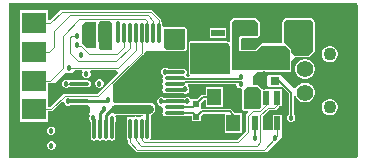
<source format=gtl>
G04*
G04 #@! TF.GenerationSoftware,Altium Limited,Altium Designer,23.8.1 (32)*
G04*
G04 Layer_Physical_Order=1*
G04 Layer_Color=255*
%FSLAX44Y44*%
%MOMM*%
G71*
G04*
G04 #@! TF.SameCoordinates,C9A30DB4-BB40-4B38-85DC-7C9B31114FAE*
G04*
G04*
G04 #@! TF.FilePolarity,Positive*
G04*
G01*
G75*
%ADD12C,0.1524*%
%ADD14C,0.1270*%
%ADD15C,0.2540*%
%ADD16R,2.0000X1.8000*%
%ADD17R,0.5000X0.5000*%
%ADD18R,0.5000X1.0750*%
%ADD19R,0.5080X1.1684*%
%ADD20R,0.7620X0.7620*%
%ADD21R,1.1500X1.4000*%
%ADD22O,1.8000X0.2800*%
%ADD23O,0.2800X1.8000*%
%ADD24R,1.1500X0.6000*%
%ADD33C,1.4200*%
%ADD34R,1.4200X1.4200*%
%ADD35C,1.1000*%
%ADD36O,3.0000X1.5000*%
%ADD37C,0.4572*%
%ADD38C,0.1016*%
%ADD39C,0.3810*%
%ADD40C,0.7620*%
%ADD41C,0.4570*%
G36*
X297766Y2590D02*
X2590D01*
Y133681D01*
X297766D01*
Y2590D01*
D02*
G37*
%LPC*%
G36*
X122628Y128365D02*
X47285D01*
X46591Y128227D01*
X46003Y127834D01*
X37300Y119131D01*
X36030Y119657D01*
Y127681D01*
X11966D01*
Y32867D01*
X36030D01*
Y42086D01*
X38752D01*
X39445Y42224D01*
X40033Y42617D01*
X48047Y50630D01*
X49317Y50104D01*
Y49963D01*
X49858Y48657D01*
X50858Y47657D01*
X52165Y47116D01*
X53579D01*
X54886Y47657D01*
X55155Y47926D01*
X69644D01*
X70658Y46912D01*
X70855Y46309D01*
X71044Y46119D01*
X71044Y41085D01*
X70683Y40724D01*
X71025Y38215D01*
D01*
X70499Y36946D01*
Y35531D01*
X71040Y34225D01*
X72040Y33225D01*
X72322Y33108D01*
Y20049D01*
X72529Y19007D01*
X73119Y18124D01*
X74002Y17534D01*
X75044Y17326D01*
X76086Y17534D01*
X76969Y18124D01*
X78120D01*
X79004Y17534D01*
X80045Y17326D01*
X81087Y17534D01*
X81709Y17949D01*
X82545Y18052D01*
X83381Y17949D01*
X84002Y17534D01*
X85044Y17326D01*
X86086Y17534D01*
X86969Y18124D01*
X88120D01*
X89004Y17534D01*
X90045Y17326D01*
X91087Y17534D01*
X91970Y18124D01*
X92561Y19007D01*
X92768Y20049D01*
Y33412D01*
X93117Y33761D01*
X93658Y35068D01*
Y36482D01*
X93117Y37789D01*
X92890Y38016D01*
X93416Y39286D01*
X116464D01*
X116569Y38864D01*
X116556Y38834D01*
X115507Y37879D01*
X115044Y37971D01*
X114002Y37764D01*
X113381Y37348D01*
X112545Y37245D01*
X111708Y37348D01*
X111087Y37764D01*
X110045Y37971D01*
X109003Y37764D01*
X108380Y37347D01*
X107545Y37244D01*
X106709Y37347D01*
X106086Y37764D01*
X105044Y37971D01*
X104002Y37764D01*
X103119Y37174D01*
X102529Y36290D01*
X102322Y35248D01*
Y20049D01*
X102529Y19007D01*
X103119Y18124D01*
X103231Y18049D01*
Y16197D01*
X103369Y15503D01*
X103762Y14915D01*
X110214Y8463D01*
X110802Y8070D01*
X111496Y7932D01*
X217810D01*
X219080Y7932D01*
X219080Y7932D01*
X221702D01*
X221971Y8201D01*
X222014D01*
X233801Y19988D01*
Y25275D01*
Y39499D01*
X226181D01*
Y26544D01*
X223916D01*
D01*
X217654D01*
X217613Y26586D01*
X217554Y26610D01*
Y26644D01*
Y38017D01*
X222709Y43172D01*
X227567D01*
X228260Y43310D01*
X228849Y43703D01*
X231273Y46127D01*
X231596Y46610D01*
X233801D01*
Y60834D01*
X217391D01*
X217139Y61442D01*
X214781Y63801D01*
X213809Y64203D01*
X213808Y64203D01*
X210311D01*
X209106Y64339D01*
Y72027D01*
X212920Y75841D01*
X240411D01*
X241383Y76244D01*
X241786Y77216D01*
Y84839D01*
X244981Y88034D01*
X256635D01*
X256635Y88033D01*
X257607Y88436D01*
X261378Y92207D01*
X261781Y93179D01*
X261781Y93179D01*
Y117632D01*
X261781Y117632D01*
X261378Y118604D01*
X259122Y120860D01*
X259122Y120860D01*
X258150Y121263D01*
X258150Y121263D01*
X237739D01*
X236767Y120860D01*
X236767Y120860D01*
X234503Y118596D01*
X234503Y118596D01*
X234101Y117624D01*
X234101Y117624D01*
Y101070D01*
X234101Y101070D01*
X234144Y100967D01*
X233237Y99886D01*
X233220Y99878D01*
X216732Y99878D01*
X212007Y95154D01*
X212007D01*
X211027Y94454D01*
X199213D01*
Y103479D01*
X200440Y104514D01*
X200483Y104518D01*
X213031Y104517D01*
X213031Y104517D01*
X214003Y104920D01*
X214003Y104920D01*
X214967Y105884D01*
X214967Y105884D01*
X215370Y106857D01*
X215370Y106857D01*
X215370Y117350D01*
X213377Y119343D01*
X213384Y119360D01*
X213384D01*
X211884Y120860D01*
X192729D01*
X191980Y120110D01*
X189890Y118021D01*
Y117376D01*
X189890Y117376D01*
Y101250D01*
X188717Y100764D01*
X188490Y100991D01*
X187518Y101394D01*
X187518Y101394D01*
X156301D01*
X155329Y100991D01*
X154927Y100019D01*
Y73838D01*
X155329Y72866D01*
X155896Y72631D01*
X155643Y71361D01*
X153225D01*
X153160Y71690D01*
X152570Y72573D01*
Y73724D01*
X153160Y74608D01*
X153367Y75649D01*
X153160Y76691D01*
X152570Y77574D01*
X151687Y78165D01*
X150645Y78372D01*
X137334D01*
X137043Y78663D01*
X135736Y79204D01*
X134322D01*
X133015Y78663D01*
X132015Y77663D01*
X131474Y76357D01*
Y74942D01*
X132015Y73636D01*
X133015Y72636D01*
X133186Y72073D01*
X132930Y71690D01*
X132723Y70648D01*
X132930Y69606D01*
X133520Y68723D01*
Y67574D01*
X132930Y66691D01*
X132723Y65649D01*
X132930Y64608D01*
X133520Y63724D01*
Y62573D01*
X132930Y61690D01*
X132723Y60648D01*
X132930Y59606D01*
X133520Y58723D01*
X134403Y58133D01*
X135445Y57926D01*
X149806D01*
X150030Y57702D01*
X151336Y57161D01*
X152751D01*
X154057Y57702D01*
X155057Y58702D01*
X155598Y60009D01*
Y61423D01*
X155057Y62730D01*
X154120Y63667D01*
X154143Y63984D01*
X154462Y64936D01*
X195405D01*
Y64510D01*
X195946Y63203D01*
X196946Y62203D01*
X198252Y61662D01*
X199454D01*
X200052Y61082D01*
X200382Y60584D01*
X200347Y60497D01*
X200347Y60497D01*
Y44266D01*
X200749Y43294D01*
X201721Y42892D01*
X205574D01*
X206060Y41718D01*
X203868Y39527D01*
X203475Y38939D01*
X203337Y38245D01*
Y25442D01*
X195550Y17654D01*
X123184D01*
X122505Y18924D01*
X122560Y19007D01*
X122768Y20049D01*
Y35248D01*
X122635Y35915D01*
Y39495D01*
X123567Y39680D01*
X125247Y40803D01*
X126370Y42483D01*
X126764Y44465D01*
X126370Y46447D01*
X125247Y48128D01*
X123567Y49250D01*
X121585Y49645D01*
X93533D01*
X92263Y49645D01*
X91260Y50648D01*
X91260Y53583D01*
X91261Y65272D01*
X92131Y66182D01*
X116055Y90105D01*
X116953Y91003D01*
Y91003D01*
X118898Y92949D01*
X135337D01*
X135445Y92927D01*
X150645D01*
X151687Y93134D01*
X152570Y93724D01*
X153160Y94608D01*
X153319Y95406D01*
X153420Y95649D01*
Y112079D01*
X153017Y113051D01*
X152045Y113454D01*
X134045D01*
X134038Y113451D01*
X132768Y114299D01*
Y116249D01*
X132560Y117291D01*
X131970Y118174D01*
X131858Y118249D01*
Y119135D01*
X131720Y119829D01*
X131327Y120417D01*
X123910Y127834D01*
X123322Y128227D01*
X122628Y128365D01*
D02*
G37*
G36*
X186640Y113162D02*
X172600D01*
Y104622D01*
X186640D01*
Y113162D01*
D02*
G37*
G36*
X275197Y97419D02*
X273415D01*
X271693Y96958D01*
X270149Y96066D01*
X268889Y94806D01*
X267997Y93262D01*
X267536Y91540D01*
Y89758D01*
X267997Y88036D01*
X268889Y86492D01*
X270149Y85232D01*
X271693Y84340D01*
X273415Y83879D01*
X275197D01*
X276919Y84340D01*
X278463Y85232D01*
X279723Y86492D01*
X280615Y88036D01*
X281076Y89758D01*
Y91540D01*
X280615Y93262D01*
X279723Y94806D01*
X278463Y96066D01*
X276919Y96958D01*
X275197Y97419D01*
D02*
G37*
G36*
X254408Y86519D02*
X252204D01*
X250075Y85948D01*
X248167Y84846D01*
X246608Y83288D01*
X245506Y81379D01*
X244936Y79251D01*
Y77047D01*
X245506Y74918D01*
X246608Y73010D01*
X248167Y71451D01*
X250075Y70349D01*
X252204Y69779D01*
X254408D01*
X256537Y70349D01*
X258445Y71451D01*
X260004Y73010D01*
X261106Y74918D01*
X261676Y77047D01*
Y79251D01*
X261106Y81379D01*
X260004Y83288D01*
X258445Y84846D01*
X256537Y85948D01*
X254408Y86519D01*
D02*
G37*
G36*
X183816Y62418D02*
X169776D01*
Y56220D01*
X166975D01*
X166182Y56062D01*
X165510Y55613D01*
X165510Y55613D01*
X162315Y52418D01*
X157705D01*
X157705Y52418D01*
X156582Y52772D01*
X155750Y53603D01*
X154443Y54145D01*
X153029D01*
X151722Y53603D01*
X151357Y53238D01*
X151312D01*
X150645Y53371D01*
X135445D01*
X134848Y53252D01*
X134088D01*
X133665Y53676D01*
X132358Y54217D01*
X130944D01*
X129637Y53676D01*
X128637Y52676D01*
X128096Y51369D01*
Y49955D01*
X128637Y48648D01*
X129637Y47648D01*
X130944Y47107D01*
X131797D01*
X132718Y46103D01*
X132779Y45934D01*
X132723Y45649D01*
X132930Y44608D01*
X133520Y43725D01*
Y42573D01*
X132930Y41690D01*
X132723Y40648D01*
X132930Y39606D01*
X133520Y38723D01*
X134403Y38133D01*
X135445Y37926D01*
X150645D01*
X151687Y38133D01*
X152350Y38577D01*
X157617D01*
X157705Y38488D01*
Y33878D01*
X165245D01*
Y38488D01*
X166824Y40067D01*
X185776D01*
Y23878D01*
X199816D01*
Y40418D01*
X194391D01*
X194261Y40613D01*
X194261Y40613D01*
X191271Y43604D01*
X190599Y44053D01*
X189806Y44210D01*
X189806Y44210D01*
X166238D01*
X166125Y44287D01*
X165357Y45183D01*
X165252Y45352D01*
X165245Y46529D01*
Y49488D01*
X167833Y52077D01*
X169776D01*
Y45878D01*
X183816D01*
Y62418D01*
D02*
G37*
G36*
X232736Y73229D02*
Y73229D01*
X222576D01*
X221302Y71955D01*
Y64343D01*
X222576Y63069D01*
X232736D01*
Y63069D01*
X233571Y63415D01*
X239920Y57067D01*
Y39888D01*
X239774Y39828D01*
X238774Y38828D01*
X238232Y37521D01*
Y36107D01*
X238774Y34800D01*
X239774Y33800D01*
X241080Y33259D01*
X242495D01*
X243801Y33800D01*
X244801Y34800D01*
X245343Y36107D01*
Y37521D01*
X244801Y38828D01*
X244063Y39566D01*
Y55398D01*
X245333Y55565D01*
X245506Y54918D01*
X246608Y53010D01*
X248167Y51451D01*
X250075Y50349D01*
X252204Y49779D01*
X254408D01*
X256537Y50349D01*
X258445Y51451D01*
X260004Y53010D01*
X261106Y54918D01*
X261676Y57047D01*
Y59251D01*
X261106Y61379D01*
X260004Y63288D01*
X258445Y64847D01*
X256537Y65948D01*
X254408Y66519D01*
X252204D01*
X250075Y65948D01*
X248167Y64847D01*
X246608Y63288D01*
X245827Y61934D01*
X244478Y61639D01*
X244275Y61690D01*
X243799Y62165D01*
X242814Y63151D01*
X234392Y71573D01*
X232736Y73229D01*
X232736Y73229D01*
D02*
G37*
G36*
X275197Y52419D02*
X273415D01*
X271693Y51958D01*
X270149Y51066D01*
X268889Y49806D01*
X267997Y48262D01*
X267536Y46540D01*
Y44757D01*
X267997Y43036D01*
X268889Y41492D01*
X270149Y40231D01*
X271693Y39340D01*
X273415Y38879D01*
X275197D01*
X276919Y39340D01*
X278463Y40231D01*
X279723Y41492D01*
X280615Y43036D01*
X281076Y44757D01*
Y46540D01*
X280615Y48262D01*
X279723Y49806D01*
X278463Y51066D01*
X276919Y51958D01*
X275197Y52419D01*
D02*
G37*
G36*
X39188Y29266D02*
X37774D01*
X36467Y28725D01*
X35467Y27725D01*
X34926Y26418D01*
Y25004D01*
X35467Y23697D01*
X36467Y22697D01*
X37774Y22156D01*
X39188D01*
X40495Y22697D01*
X41495Y23697D01*
X42036Y25004D01*
Y26418D01*
X41495Y27725D01*
X40495Y28725D01*
X39188Y29266D01*
D02*
G37*
G36*
X39442Y16763D02*
X38028D01*
X36721Y16222D01*
X35721Y15222D01*
X35180Y13915D01*
Y12501D01*
X35721Y11194D01*
X36721Y10194D01*
X38028Y9653D01*
X39442D01*
X40749Y10194D01*
X41749Y11194D01*
X42290Y12501D01*
Y13915D01*
X41749Y15222D01*
X40749Y16222D01*
X39442Y16763D01*
D02*
G37*
%LPD*%
G36*
X211355Y119360D02*
X213995Y116721D01*
X213995Y106856D01*
X213031Y105892D01*
X201041Y105892D01*
X199771Y105892D01*
X198302Y105892D01*
X197838Y105428D01*
Y104424D01*
X197838Y104424D01*
Y93544D01*
X197838D01*
X198303Y93079D01*
X212115D01*
X214190Y95154D01*
X214190D01*
X216572Y97536D01*
X237066Y97536D01*
X240411Y94191D01*
Y77216D01*
X191265D01*
Y117376D01*
X193249Y119360D01*
X211355Y119360D01*
D02*
G37*
G36*
X76444Y95710D02*
X68887D01*
X64510Y100086D01*
Y115160D01*
X67000Y117649D01*
X76444D01*
Y95710D01*
D02*
G37*
G36*
X152045Y95649D02*
X134045D01*
X134045Y103179D01*
Y112079D01*
X152045D01*
Y95649D01*
D02*
G37*
G36*
X88131Y118274D02*
X90326Y116079D01*
X90326Y115457D01*
D01*
Y115442D01*
Y94401D01*
X79696D01*
X78645Y95451D01*
Y116829D01*
Y117204D01*
X79722Y118281D01*
X86864D01*
X88131Y118274D01*
D02*
G37*
G36*
X260406Y117632D02*
Y93179D01*
X256635Y89408D01*
X244911D01*
X241879Y92440D01*
Y94667D01*
X237308Y99238D01*
X235475Y101070D01*
Y101501D01*
Y117624D01*
X237739Y119888D01*
X258150D01*
X260406Y117632D01*
D02*
G37*
G36*
X189806Y97731D02*
Y73838D01*
X156301D01*
Y100019D01*
X187518D01*
X189806Y97731D01*
D02*
G37*
G36*
X95434Y74611D02*
X77812Y56990D01*
X50030D01*
X49336Y56852D01*
X48748Y56459D01*
X38001Y45712D01*
X36030D01*
Y66336D01*
X42310D01*
X50516Y74542D01*
X56093D01*
X59008Y76914D01*
X64604D01*
X64972Y76291D01*
X65212Y75644D01*
X64730Y74479D01*
Y73065D01*
X65271Y71758D01*
X66271Y70758D01*
X67577Y70217D01*
X68992D01*
X70298Y70758D01*
X71298Y71758D01*
X71840Y73065D01*
Y74479D01*
X71357Y75644D01*
X71597Y76291D01*
X71966Y76914D01*
X93131D01*
X95434Y74611D01*
D02*
G37*
G36*
X216167Y60470D02*
Y45765D01*
X214668Y44266D01*
X201721D01*
Y60497D01*
X204052Y62829D01*
X213809D01*
X216167Y60470D01*
D02*
G37*
%LPC*%
G36*
X52162Y69099D02*
X50747D01*
X49441Y68557D01*
X48441Y67557D01*
X47900Y66251D01*
Y64836D01*
X48441Y63530D01*
X49441Y62530D01*
X50747Y61989D01*
X52162D01*
X53468Y62530D01*
X53962Y63023D01*
X54444Y62927D01*
X69644D01*
X70686Y63134D01*
X71569Y63724D01*
X72159Y64608D01*
X72367Y65649D01*
X72159Y66691D01*
X71569Y67575D01*
X70686Y68165D01*
X69644Y68372D01*
X54444D01*
X53785Y68241D01*
X53468Y68557D01*
X52162Y69099D01*
D02*
G37*
G36*
X80126Y69257D02*
X78712D01*
X77405Y68715D01*
X76405Y67715D01*
X75864Y66409D01*
Y64994D01*
X76405Y63688D01*
X77405Y62688D01*
X78712Y62147D01*
X80126D01*
X81433Y62688D01*
X82432Y63688D01*
X82974Y64994D01*
Y66409D01*
X82432Y67715D01*
X81433Y68715D01*
X80126Y69257D01*
D02*
G37*
%LPD*%
D12*
X241991Y37018D02*
Y57925D01*
X241787Y36814D02*
X241991Y37018D01*
X231768Y68149D02*
X241991Y57925D01*
X227656Y68149D02*
X231768D01*
X165965Y42139D02*
X189806D01*
X192796Y32148D02*
Y39148D01*
X189806Y42139D02*
X192796Y39148D01*
X166975Y54148D02*
X176796D01*
X161475Y48648D02*
X166975Y54148D01*
X158476Y45649D02*
X161475Y48648D01*
X143045Y45649D02*
X158476D01*
X143045Y40648D02*
X158475D01*
X161475Y37648D01*
X165965Y42139D01*
D14*
X152154Y66879D02*
X197212D01*
X198874Y65217D01*
X143045Y70648D02*
X150925D01*
X152154Y69419D01*
X150925Y65649D02*
X152154Y66879D01*
X143045Y65649D02*
X150925D01*
X152154Y69419D02*
X197321D01*
X198960Y71057D01*
X198874Y65217D02*
X198960D01*
X210991Y19786D02*
Y32387D01*
D15*
X218302Y73535D02*
X218855D01*
X212916Y68149D02*
X218302Y73535D01*
X212612Y67844D02*
X212916Y68149D01*
X212612Y67844D02*
X212764D01*
X131651Y50662D02*
X143031D01*
X131270D02*
X131651D01*
X143045Y50648D02*
X154224D01*
X161475Y58648D02*
Y58670D01*
X74054Y36239D02*
X75044Y35248D01*
Y27648D02*
Y35248D01*
X120045Y42926D02*
X121585Y44465D01*
X120045Y27648D02*
Y42926D01*
X85044Y39472D02*
X90037Y44465D01*
X92726D01*
X85044Y27648D02*
Y39472D01*
X62044Y50648D02*
X85062D01*
X86608Y52194D01*
X143113Y60716D02*
X152297D01*
X80045Y27648D02*
Y40997D01*
X82675Y43627D01*
X52872Y50671D02*
X52894Y50648D01*
X62044D01*
D16*
X23998Y116649D02*
D03*
Y43899D02*
D03*
Y68149D02*
D03*
Y92399D02*
D03*
Y19649D02*
D03*
D17*
X218804Y103817D02*
D03*
Y93817D02*
D03*
X227451D02*
D03*
Y103817D02*
D03*
X167448Y104579D02*
D03*
Y94579D02*
D03*
X158801Y104579D02*
D03*
Y94579D02*
D03*
X161475Y27648D02*
D03*
Y37648D02*
D03*
Y58648D02*
D03*
Y48648D02*
D03*
D18*
X237975Y110858D02*
D03*
Y87618D02*
D03*
D19*
X210991Y53723D02*
D03*
X220491D02*
D03*
X229991D02*
D03*
Y32387D02*
D03*
X220491D02*
D03*
X210991D02*
D03*
D20*
X227656Y68149D02*
D03*
X212916D02*
D03*
D21*
X176796Y32148D02*
D03*
Y54148D02*
D03*
X192796D02*
D03*
Y32148D02*
D03*
D22*
X143045Y40648D02*
D03*
Y45649D02*
D03*
Y50648D02*
D03*
Y55649D02*
D03*
Y60648D02*
D03*
Y65649D02*
D03*
Y70648D02*
D03*
Y75649D02*
D03*
Y80648D02*
D03*
Y85649D02*
D03*
Y90648D02*
D03*
Y95649D02*
D03*
X62044Y65649D02*
D03*
Y50648D02*
D03*
Y45649D02*
D03*
Y40648D02*
D03*
D23*
X130045Y108649D02*
D03*
X125044D02*
D03*
X120045D02*
D03*
X115044D02*
D03*
X110045D02*
D03*
X105044D02*
D03*
X100045D02*
D03*
X95044D02*
D03*
X85044D02*
D03*
X80045D02*
D03*
X75044D02*
D03*
Y27648D02*
D03*
X80045D02*
D03*
X85044D02*
D03*
X90045D02*
D03*
X95044D02*
D03*
X100045D02*
D03*
X105044D02*
D03*
X110045D02*
D03*
X115044D02*
D03*
X120045D02*
D03*
X125044D02*
D03*
X130045D02*
D03*
D24*
X205620Y89892D02*
D03*
Y99392D02*
D03*
Y108892D02*
D03*
X179620D02*
D03*
Y89892D02*
D03*
D33*
X253306Y33149D02*
D03*
Y58149D02*
D03*
Y78149D02*
D03*
D34*
Y103149D02*
D03*
D35*
X274306Y45649D02*
D03*
Y90649D02*
D03*
D36*
Y11149D02*
D03*
Y125149D02*
D03*
D37*
X257580Y131378D02*
X295474D01*
X257580Y4919D02*
X295474D01*
X295518D02*
Y17565D01*
Y30211D01*
Y42857D01*
Y55503D01*
Y68149D01*
Y80795D01*
Y93441D01*
Y106087D01*
Y118732D01*
Y131378D01*
X4948Y4919D02*
Y17565D01*
Y30211D01*
Y42857D01*
Y55503D01*
Y68149D01*
Y80795D01*
Y93441D01*
Y106087D01*
Y118732D01*
Y131378D01*
X17580D01*
X30212D01*
X42843D01*
X55475D01*
X68106D01*
X156527D02*
X169159D01*
X143896D02*
X156527D01*
X131264D02*
X143896D01*
X118632D02*
X131264D01*
X106001D02*
X118632D01*
X219685D02*
X232317D01*
X207054D02*
X219685D01*
X194422D02*
X207054D01*
X181790D02*
X194422D01*
X169159D02*
X181790D01*
X244948D02*
X257580D01*
X232317D02*
X244948D01*
X68106D02*
X80738D01*
X93369D01*
X106001D01*
X93369Y4919D02*
X106001D01*
X80738D02*
X93369D01*
X68106D02*
X80738D01*
X232317D02*
X244948D01*
X257580D01*
X169159D02*
X181790D01*
X194422D01*
X207054D01*
X219685D01*
X232317D01*
X106001D02*
X118632D01*
X131264D01*
X143896D01*
X156527D01*
X169159D01*
X55475D02*
X68106D01*
X42843D02*
X55475D01*
X30212D02*
X42843D01*
X17580D02*
X30212D01*
X4948D02*
X17580D01*
D38*
X53761Y78727D02*
X94753D01*
X53707Y78780D02*
X53761Y78727D01*
X94753D02*
X110045Y94019D01*
X61651Y84690D02*
X93812D01*
X105300Y96178D01*
X54430Y91911D02*
X61651Y84690D01*
X54430Y104606D02*
X55715Y105891D01*
X59811D02*
X60032Y106113D01*
X55715Y105891D02*
X59811D01*
X63577Y97896D02*
X70758Y90715D01*
X60069Y98576D02*
X60749Y97896D01*
X63577D01*
X70758Y90715D02*
X94290D01*
X62354Y120094D02*
X118158D01*
X120434Y123504D02*
X124905Y119033D01*
X54267Y123504D02*
X120434D01*
X40714Y109951D02*
X54267Y123504D01*
X122628Y126552D02*
X130045Y119135D01*
X47285Y126552D02*
X122628D01*
X37381Y116649D02*
X47285Y126552D01*
X50030Y55177D02*
X78563D01*
X115044Y91658D02*
Y108649D01*
X78563Y55177D02*
X115044Y91658D01*
X38752Y43899D02*
X50030Y55177D01*
X110045Y94019D02*
Y108649D01*
X94976Y108717D02*
X95044Y108649D01*
X94976Y108717D02*
Y115994D01*
X93960D02*
X94220Y115734D01*
X23998Y116649D02*
X37381D01*
X36837Y92399D02*
X40714Y96276D01*
Y109951D01*
X48372Y78653D02*
Y106111D01*
X62354Y120094D01*
X94290Y90715D02*
X100045Y96470D01*
X54430Y91911D02*
Y104606D01*
X105300Y96178D02*
Y108393D01*
X105044Y108649D02*
X105300Y108393D01*
X100045Y96470D02*
Y108649D01*
X23998Y43899D02*
X38752D01*
X37868Y68149D02*
X48372Y78653D01*
X23998Y68149D02*
X37868D01*
X118158Y120094D02*
X119972Y118279D01*
X124905Y108788D02*
Y119033D01*
X130045Y108649D02*
Y119135D01*
X119972Y108722D02*
X120045Y108649D01*
X119972Y108722D02*
Y118279D01*
X23998Y92399D02*
X36837D01*
X124905Y108788D02*
X125044Y108649D01*
X215104Y42139D02*
X220491Y47525D01*
X209044Y42139D02*
X215104D01*
X205150Y38245D02*
X209044Y42139D01*
X205150Y24691D02*
Y38245D01*
X196301Y15841D02*
X205150Y24691D01*
X111496Y9745D02*
X218531D01*
X228339Y19554D01*
X229991Y21205D02*
Y32387D01*
X228339Y19554D02*
X229991Y21205D01*
X215741Y38768D02*
X221958Y44985D01*
X212405Y12793D02*
X215741Y16130D01*
Y38768D01*
X221958Y44985D02*
X227567D01*
X229991Y47409D01*
Y53723D01*
X154224Y50648D02*
X154498Y50922D01*
X51455Y65543D02*
X61938D01*
X62044Y65649D01*
X114977Y12793D02*
X212405D01*
X110045Y17725D02*
X114977Y12793D01*
X110045Y17725D02*
Y27648D01*
X105044Y16197D02*
Y27648D01*
Y16197D02*
X111496Y9745D01*
X117207Y15841D02*
X196301D01*
X115044Y18004D02*
Y27648D01*
Y18004D02*
X117207Y15841D01*
X220491Y47525D02*
Y53629D01*
X143031Y50662D02*
X143045Y50648D01*
D39*
X218762Y103859D02*
Y109160D01*
Y103859D02*
X218804Y103817D01*
X218720Y109202D02*
X218762Y109160D01*
D40*
X92726Y44465D02*
X102346D01*
X111965D01*
X121585D01*
D41*
X228339Y19554D02*
D03*
X118780Y65057D02*
D03*
X119110Y80648D02*
D03*
X218855Y63221D02*
D03*
X198960Y65217D02*
D03*
Y71057D02*
D03*
X53707Y78780D02*
D03*
X70823Y106319D02*
D03*
X60032Y98576D02*
D03*
X94722Y115740D02*
D03*
X60032Y106319D02*
D03*
X227451Y109386D02*
D03*
X218720Y109202D02*
D03*
X4948Y30211D02*
D03*
X88183Y114037D02*
D03*
Y106319D02*
D03*
Y98602D02*
D03*
X64113Y89862D02*
D03*
X70823Y98576D02*
D03*
X221863Y89590D02*
D03*
Y82449D02*
D03*
X202195Y86892D02*
D03*
X38735Y13208D02*
D03*
X38481Y25711D02*
D03*
X213460Y47029D02*
D03*
X206879D02*
D03*
X210991Y19786D02*
D03*
X232339Y43148D02*
D03*
X241787Y36814D02*
D03*
X187104Y89783D02*
D03*
X68285Y73772D02*
D03*
X81598Y73721D02*
D03*
X187073Y97227D02*
D03*
X211296Y99579D02*
D03*
X111192Y59601D02*
D03*
X104326Y52194D02*
D03*
X112244Y73241D02*
D03*
X105378Y65834D02*
D03*
X192796Y47148D02*
D03*
X179895Y21588D02*
D03*
X171287D02*
D03*
X97322Y35722D02*
D03*
X74054Y36239D02*
D03*
X134031Y34243D02*
D03*
X98513Y58427D02*
D03*
X218855Y73535D02*
D03*
X60516Y36443D02*
D03*
X128651Y39629D02*
D03*
X90103Y35775D02*
D03*
X238132Y115824D02*
D03*
X247856D02*
D03*
X149605Y108181D02*
D03*
X140773D02*
D03*
X121585Y44465D02*
D03*
X111965D02*
D03*
X92726D02*
D03*
X102346D02*
D03*
X83107D02*
D03*
X52872Y50671D02*
D03*
X51455Y65543D02*
D03*
X79419Y65701D02*
D03*
X86608Y52194D02*
D03*
X153736Y50590D02*
D03*
X131651Y50662D02*
D03*
X152043Y60716D02*
D03*
X135029Y75649D02*
D03*
X204833Y81188D02*
D03*
X246206Y92079D02*
D03*
X257580Y115824D02*
D03*
X70823Y114037D02*
D03*
X199132Y108777D02*
D03*
X209292Y112841D02*
D03*
X224000Y123677D02*
D03*
X211355D02*
D03*
X198709D02*
D03*
X186063D02*
D03*
X135479D02*
D03*
X148125D02*
D03*
X173417D02*
D03*
X161478D02*
D03*
Y116414D02*
D03*
X271631Y30211D02*
D03*
X284277D02*
D03*
Y42857D02*
D03*
Y106087D02*
D03*
Y93441D02*
D03*
Y55503D02*
D03*
Y68149D02*
D03*
Y80795D02*
D03*
X140773Y100516D02*
D03*
X149605D02*
D03*
X244948Y131378D02*
D03*
X232317D02*
D03*
X219685D02*
D03*
X207054D02*
D03*
X194422D02*
D03*
X181790D02*
D03*
X169159D02*
D03*
X156527D02*
D03*
X143896D02*
D03*
X131264D02*
D03*
X118632D02*
D03*
X106001D02*
D03*
X93369D02*
D03*
X80738D02*
D03*
X68106D02*
D03*
X55475D02*
D03*
X42843D02*
D03*
X30212D02*
D03*
X17580D02*
D03*
X4948D02*
D03*
Y4919D02*
D03*
Y17565D02*
D03*
Y55503D02*
D03*
Y42857D02*
D03*
Y80795D02*
D03*
Y68149D02*
D03*
Y118732D02*
D03*
Y93441D02*
D03*
Y106087D02*
D03*
X17580Y4919D02*
D03*
X30212D02*
D03*
X42843D02*
D03*
X55475D02*
D03*
X68106D02*
D03*
X80738D02*
D03*
X93369D02*
D03*
X106001D02*
D03*
X118632D02*
D03*
X131264D02*
D03*
X143896D02*
D03*
X156527D02*
D03*
X169159D02*
D03*
X181790D02*
D03*
X194422D02*
D03*
X207054D02*
D03*
X219685D02*
D03*
X232317D02*
D03*
X244948D02*
D03*
X257580D02*
D03*
X295518D02*
D03*
Y17565D02*
D03*
Y30211D02*
D03*
Y42857D02*
D03*
Y55503D02*
D03*
Y68149D02*
D03*
Y80795D02*
D03*
Y93441D02*
D03*
Y106087D02*
D03*
Y118732D02*
D03*
X257580Y131378D02*
D03*
X295518D02*
D03*
M02*

</source>
